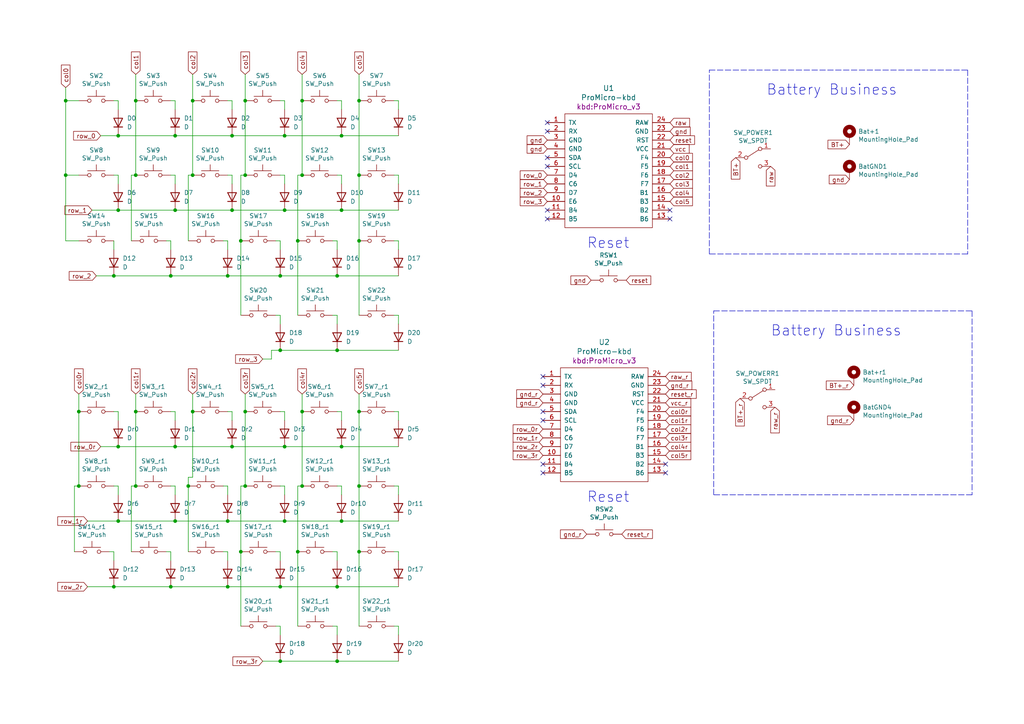
<source format=kicad_sch>
(kicad_sch (version 20211123) (generator eeschema)
  (paper "A4")
  (title_block (title "Sweep V2") (date "2021-03-10") (rev "0.1") (company "broomlabs"))
  (lib_symbols
    (symbol "Diode:1N4448W" (pin_numbers hide) (pin_names (offset 1.016) hide)
      (property "Reference" "D" (at 0 2.54 0))
      (property "Value" "1N4448W" (at 0 -2.54 0))
      (symbol "1N4448W_0_1"
        (polyline (pts (xy -1.27 1.27) (xy -1.27 -1.27)) (stroke (width 0.254)))
        (polyline (pts (xy 1.27 0) (xy -1.27 0)))
        (polyline (pts (xy 1.27 1.27) (xy 1.27 -1.27) (xy -1.27 0) (xy 1.27 1.27)) (stroke (width 0.254)))
      )
      (symbol "1N4448W_1_1"
        (pin passive line (at -3.81 0 0) (length 2.54) (name "K") (number "1"))
        (pin passive line (at 3.81 0 180) (length 2.54) (name "A") (number "2"))
      )
    )
    (symbol "Mechanical:MountingHole_Pad" (pin_numbers hide) (pin_names (offset 1.016) hide)
      (property "Reference" "H" (at 0 6.35 0))
      (property "Value" "MountingHole_Pad" (at 0 4.445 0))
      (symbol "MountingHole_Pad_0_1"
        (circle (center 0 1.27) (radius 1.27) (stroke (width 1.27)))
      )
      (symbol "MountingHole_Pad_1_1"
        (pin input line (at 0 -2.54 90) (length 2.54) (name "1") (number "1"))
      )
    )
    (symbol "Switch:SW_Push" (pin_numbers hide) (pin_names (offset 1.016) hide)
      (property "Reference" "SW" (at 1.27 2.54 0))
      (property "Value" "SW_Push" (at 0 -1.524 0))
      (symbol "SW_Push_0_1"
        (circle (center -2.032 0) (radius 0.508))
        (polyline (pts (xy 0 1.27) (xy 0 3.048)))
        (polyline (pts (xy 2.54 1.27) (xy -2.54 1.27)))
        (circle (center 2.032 0) (radius 0.508))
        (pin passive line (at -5.08 0 0) (length 2.54) (name "1") (number "1"))
        (pin passive line (at 5.08 0 180) (length 2.54) (name "2") (number "2"))
      )
    )
    (symbol "Switch:SW_SPDT" (pin_names (offset 0) hide)
      (property "Reference" "SW" (at 0 4.318 0))
      (property "Value" "SW_SPDT" (at 0 -5.08 0))
      (symbol "SW_SPDT_0_0"
        (circle (center -2.032 0) (radius 0.508))
        (circle (center 2.032 -2.54) (radius 0.508))
      )
      (symbol "SW_SPDT_0_1"
        (polyline (pts (xy -1.524 0.254) (xy 1.651 2.286)))
        (circle (center 2.032 2.54) (radius 0.508))
      )
      (symbol "SW_SPDT_1_1"
        (pin passive line (at 5.08 2.54 180) (length 2.54) (name "A") (number "1"))
        (pin passive line (at -5.08 0 0) (length 2.54) (name "B") (number "2"))
        (pin passive line (at 5.08 -2.54 180) (length 2.54) (name "C") (number "3"))
      )
    )
    (symbol "sweepv2-rescue:ProMicro-kbd-bigblackpill-34key-rescue" (pin_names (offset 1.016))
      (property "Reference" "U" (at 0 24.13 0))
      (property "Value" "ProMicro-kbd-bigblackpill-34key-rescue" (at 0 -13.97 0))
      (symbol "ProMicro-kbd-bigblackpill-34key-rescue_0_1"
        (rectangle (start -12.7 21.59) (end 12.7 -11.43))
      )
      (symbol "ProMicro-kbd-bigblackpill-34key-rescue_1_1"
        (pin bidirectional line (at -17.78 19.05 0) (length 5.08) (name "TX") (number "1"))
        (pin bidirectional line (at -17.78 -3.81 0) (length 5.08) (name "E6") (number "10"))
        (pin bidirectional line (at -17.78 -6.35 0) (length 5.08) (name "B4") (number "11"))
        (pin bidirectional line (at -17.78 -8.89 0) (length 5.08) (name "B5") (number "12"))
        (pin bidirectional line (at 17.78 -8.89 180) (length 5.08) (name "B6") (number "13"))
        (pin bidirectional line (at 17.78 -6.35 180) (length 5.08) (name "B2") (number "14"))
        (pin bidirectional line (at 17.78 -3.81 180) (length 5.08) (name "B3") (number "15"))
        (pin bidirectional line (at 17.78 -1.27 180) (length 5.08) (name "B1") (number "16"))
        (pin bidirectional line (at 17.78 1.27 180) (length 5.08) (name "F7") (number "17"))
        (pin bidirectional line (at 17.78 3.81 180) (length 5.08) (name "F6") (number "18"))
        (pin bidirectional line (at 17.78 6.35 180) (length 5.08) (name "F5") (number "19"))
        (pin bidirectional line (at -17.78 16.51 0) (length 5.08) (name "RX") (number "2"))
        (pin bidirectional line (at 17.78 8.89 180) (length 5.08) (name "F4") (number "20"))
        (pin power_in line (at 17.78 11.43 180) (length 5.08) (name "VCC") (number "21"))
        (pin input line (at 17.78 13.97 180) (length 5.08) (name "RST") (number "22"))
        (pin power_in line (at 17.78 16.51 180) (length 5.08) (name "GND") (number "23"))
        (pin power_out line (at 17.78 19.05 180) (length 5.08) (name "RAW") (number "24"))
        (pin power_in line (at -17.78 13.97 0) (length 5.08) (name "GND") (number "3"))
        (pin power_in line (at -17.78 11.43 0) (length 5.08) (name "GND") (number "4"))
        (pin bidirectional line (at -17.78 8.89 0) (length 5.08) (name "SDA") (number "5"))
        (pin bidirectional line (at -17.78 6.35 0) (length 5.08) (name "SCL") (number "6"))
        (pin bidirectional line (at -17.78 3.81 0) (length 5.08) (name "D4") (number "7"))
        (pin bidirectional line (at -17.78 1.27 0) (length 5.08) (name "C6") (number "8"))
        (pin bidirectional line (at -17.78 -1.27 0) (length 5.08) (name "D7") (number "9"))
      )
    )
  )
  (junction (at 99.06 39.37))
  (junction (at 50.8 60.96))
  (junction (at 86.36 69.85))
  (junction (at 97.79 170.18))
  (junction (at 104.14 69.85))
  (junction (at 55.88 50.8))
  (junction (at 67.31 60.96))
  (junction (at 34.29 39.37))
  (junction (at 97.79 191.77))
  (junction (at 86.36 160.02))
  (junction (at 104.14 140.97))
  (junction (at 67.31 39.37))
  (junction (at 82.55 151.13))
  (junction (at 97.79 101.6))
  (junction (at 54.61 140.97))
  (junction (at 71.12 119.38))
  (junction (at 87.63 140.97))
  (junction (at 99.06 151.13))
  (junction (at 82.55 129.54))
  (junction (at 50.8 39.37))
  (junction (at 33.02 170.18))
  (junction (at 99.06 129.54))
  (junction (at 34.29 60.96))
  (junction (at 39.37 50.8))
  (junction (at 81.28 80.01))
  (junction (at 81.28 191.77))
  (junction (at 71.12 50.8))
  (junction (at 67.31 129.54))
  (junction (at 99.06 60.96))
  (junction (at 69.85 160.02))
  (junction (at 87.63 119.38))
  (junction (at 55.88 119.38))
  (junction (at 87.63 50.8))
  (junction (at 34.29 129.54))
  (junction (at 50.8 129.54))
  (junction (at 82.55 39.37))
  (junction (at 97.79 80.01))
  (junction (at 19.05 29.21))
  (junction (at 39.37 29.21))
  (junction (at 66.04 80.01))
  (junction (at 22.86 119.38))
  (junction (at 104.14 119.38))
  (junction (at 81.28 170.18))
  (junction (at 66.04 170.18))
  (junction (at 19.05 50.8))
  (junction (at 69.85 69.85))
  (junction (at 104.14 50.8))
  (junction (at 55.88 29.21))
  (junction (at 50.8 151.13))
  (junction (at 39.37 140.97))
  (junction (at 39.37 119.38))
  (junction (at 49.53 170.18))
  (junction (at 49.53 80.01))
  (junction (at 22.86 140.97))
  (junction (at 71.12 140.97))
  (junction (at 82.55 60.96))
  (junction (at 66.04 151.13))
  (junction (at 71.12 29.21))
  (junction (at 87.63 29.21))
  (junction (at 104.14 29.21))
  (junction (at 33.02 80.01))
  (junction (at 104.14 160.02))
  (junction (at 81.28 101.6))
  (junction (at 34.29 151.13))
  (no_connect (at 193.04 137.16))
  (no_connect (at 193.04 134.62))
  (no_connect (at 157.48 109.22))
  (no_connect (at 157.48 111.76))
  (no_connect (at 157.48 119.38))
  (no_connect (at 157.48 134.62))
  (no_connect (at 157.48 137.16))
  (no_connect (at 157.48 121.92))
  (no_connect (at 194.31 60.96))
  (no_connect (at 158.75 60.96))
  (no_connect (at 194.31 63.5))
  (no_connect (at 158.75 35.56))
  (no_connect (at 158.75 38.1))
  (no_connect (at 158.75 45.72))
  (no_connect (at 158.75 48.26))
  (no_connect (at 158.75 63.5))
  (wire (pts (xy 29.21 129.54) (xy 34.29 129.54)))
  (wire (pts (xy 50.8 50.8) (xy 50.8 53.34)))
  (wire (pts (xy 19.05 25.4) (xy 19.05 29.21)))
  (wire (pts (xy 87.63 114.3) (xy 87.63 119.38)))
  (wire (pts (xy 71.12 21.59) (xy 71.12 29.21)))
  (wire (pts (xy 87.63 119.38) (xy 87.63 140.97)))
  (wire (pts (xy 49.53 119.38) (xy 50.8 119.38)))
  (wire (pts (xy 81.28 101.6) (xy 97.79 101.6)))
  (wire (pts (xy 99.06 129.54) (xy 115.57 129.54)))
  (wire (pts (xy 69.85 140.97) (xy 71.12 140.97)))
  (wire (pts (xy 49.53 69.85) (xy 49.53 72.39)))
  (wire (pts (xy 67.31 129.54) (xy 82.55 129.54)))
  (wire (pts (xy 81.28 69.85) (xy 81.28 72.39)))
  (wire (pts (xy 114.3 119.38) (xy 115.57 119.38)))
  (wire (pts (xy 99.06 151.13) (xy 115.57 151.13)))
  (wire (pts (xy 67.31 39.37) (xy 82.55 39.37)))
  (wire (pts (xy 66.04 50.8) (xy 67.31 50.8)))
  (wire (pts (xy 114.3 29.21) (xy 115.57 29.21)))
  (wire (pts (xy 49.53 170.18) (xy 66.04 170.18)))
  (wire (pts (xy 82.55 29.21) (xy 82.55 31.75)))
  (wire (pts (xy 104.14 119.38) (xy 104.14 140.97)))
  (wire (pts (xy 25.4 170.18) (xy 33.02 170.18)))
  (wire (pts (xy 97.79 119.38) (xy 99.06 119.38)))
  (wire (pts (xy 50.8 119.38) (xy 50.8 121.92)))
  (wire (pts (xy 49.53 50.8) (xy 50.8 50.8)))
  (wire (pts (xy 29.21 39.37) (xy 34.29 39.37)))
  (wire (pts (xy 54.61 50.8) (xy 55.88 50.8)))
  (wire (pts (xy 33.02 50.8) (xy 34.29 50.8)))
  (wire (pts (xy 69.85 69.85) (xy 69.85 91.44)))
  (wire (pts (xy 19.05 29.21) (xy 22.86 29.21)))
  (wire (pts (xy 104.14 69.85) (xy 104.14 91.44)))
  (wire (pts (xy 97.79 140.97) (xy 99.06 140.97)))
  (wire (pts (xy 80.01 181.61) (xy 81.28 181.61)))
  (wire (pts (xy 34.29 129.54) (xy 50.8 129.54)))
  (wire (pts (xy 39.37 21.59) (xy 39.37 29.21)))
  (wire (pts (xy 80.01 160.02) (xy 81.28 160.02)))
  (wire (pts (xy 66.04 119.38) (xy 67.31 119.38)))
  (wire (pts (xy 66.04 140.97) (xy 66.04 143.51)))
  (wire (pts (xy 115.57 140.97) (xy 115.57 143.51)))
  (wire (pts (xy 76.2 191.77) (xy 81.28 191.77)))
  (polyline (pts (xy 281.94 90.17) (xy 281.94 143.51)))
  (wire (pts (xy 114.3 181.61) (xy 115.57 181.61)))
  (wire (pts (xy 50.8 39.37) (xy 67.31 39.37)))
  (wire (pts (xy 34.29 151.13) (xy 50.8 151.13)))
  (wire (pts (xy 48.26 69.85) (xy 49.53 69.85)))
  (wire (pts (xy 38.1 50.8) (xy 39.37 50.8)))
  (wire (pts (xy 64.77 140.97) (xy 66.04 140.97)))
  (wire (pts (xy 27.94 80.01) (xy 33.02 80.01)))
  (wire (pts (xy 55.88 114.3) (xy 55.88 119.38)))
  (wire (pts (xy 34.29 39.37) (xy 50.8 39.37)))
  (wire (pts (xy 86.36 140.97) (xy 87.63 140.97)))
  (wire (pts (xy 99.06 60.96) (xy 115.57 60.96)))
  (wire (pts (xy 39.37 114.3) (xy 39.37 119.38)))
  (wire (pts (xy 104.14 21.59) (xy 104.14 29.21)))
  (wire (pts (xy 34.29 29.21) (xy 34.29 31.75)))
  (wire (pts (xy 115.57 91.44) (xy 115.57 93.98)))
  (wire (pts (xy 34.29 119.38) (xy 34.29 121.92)))
  (wire (pts (xy 34.29 50.8) (xy 34.29 53.34)))
  (wire (pts (xy 97.79 69.85) (xy 97.79 72.39)))
  (wire (pts (xy 115.57 160.02) (xy 115.57 162.56)))
  (wire (pts (xy 86.36 160.02) (xy 86.36 181.61)))
  (wire (pts (xy 97.79 101.6) (xy 115.57 101.6)))
  (wire (pts (xy 82.55 39.37) (xy 99.06 39.37)))
  (wire (pts (xy 115.57 50.8) (xy 115.57 53.34)))
  (wire (pts (xy 115.57 119.38) (xy 115.57 121.92)))
  (wire (pts (xy 39.37 29.21) (xy 39.37 50.8)))
  (wire (pts (xy 64.77 69.85) (xy 66.04 69.85)))
  (wire (pts (xy 69.85 69.85) (xy 69.85 50.8)))
  (wire (pts (xy 86.36 160.02) (xy 86.36 140.97)))
  (wire (pts (xy 67.31 50.8) (xy 67.31 53.34)))
  (wire (pts (xy 67.31 119.38) (xy 67.31 121.92)))
  (wire (pts (xy 97.79 29.21) (xy 99.06 29.21)))
  (wire (pts (xy 66.04 170.18) (xy 81.28 170.18)))
  (wire (pts (xy 82.55 129.54) (xy 99.06 129.54)))
  (wire (pts (xy 78.74 104.14) (xy 78.74 101.6)))
  (wire (pts (xy 97.79 50.8) (xy 99.06 50.8)))
  (wire (pts (xy 97.79 170.18) (xy 115.57 170.18)))
  (wire (pts (xy 115.57 181.61) (xy 115.57 184.15)))
  (wire (pts (xy 50.8 151.13) (xy 66.04 151.13)))
  (wire (pts (xy 33.02 69.85) (xy 33.02 72.39)))
  (wire (pts (xy 69.85 50.8) (xy 71.12 50.8)))
  (polyline (pts (xy 280.67 20.32) (xy 280.67 73.66)))
  (wire (pts (xy 38.1 140.97) (xy 39.37 140.97)))
  (wire (pts (xy 48.26 160.02) (xy 49.53 160.02)))
  (wire (pts (xy 55.88 29.21) (xy 55.88 50.8)))
  (wire (pts (xy 81.28 119.38) (xy 82.55 119.38)))
  (wire (pts (xy 71.12 29.21) (xy 71.12 50.8)))
  (wire (pts (xy 49.53 80.01) (xy 66.04 80.01)))
  (polyline (pts (xy 205.74 73.66) (xy 205.74 20.32)))
  (wire (pts (xy 50.8 29.21) (xy 50.8 31.75)))
  (wire (pts (xy 71.12 119.38) (xy 71.12 140.97)))
  (wire (pts (xy 104.14 160.02) (xy 104.14 181.61)))
  (wire (pts (xy 76.2 104.14) (xy 78.74 104.14)))
  (wire (pts (xy 81.28 170.18) (xy 97.79 170.18)))
  (wire (pts (xy 99.06 140.97) (xy 99.06 143.51)))
  (polyline (pts (xy 281.94 143.51) (xy 207.01 143.51)))
  (wire (pts (xy 54.61 69.85) (xy 54.61 50.8)))
  (wire (pts (xy 49.53 29.21) (xy 50.8 29.21)))
  (wire (pts (xy 66.04 69.85) (xy 66.04 72.39)))
  (wire (pts (xy 82.55 140.97) (xy 82.55 143.51)))
  (wire (pts (xy 55.88 138.43) (xy 54.61 138.43)))
  (wire (pts (xy 81.28 91.44) (xy 81.28 93.98)))
  (wire (pts (xy 96.52 69.85) (xy 97.79 69.85)))
  (wire (pts (xy 99.06 50.8) (xy 99.06 53.34)))
  (wire (pts (xy 115.57 69.85) (xy 115.57 72.39)))
  (wire (pts (xy 115.57 29.21) (xy 115.57 31.75)))
  (wire (pts (xy 54.61 138.43) (xy 54.61 140.97)))
  (wire (pts (xy 33.02 160.02) (xy 33.02 162.56)))
  (wire (pts (xy 21.59 160.02) (xy 21.59 140.97)))
  (wire (pts (xy 114.3 69.85) (xy 115.57 69.85)))
  (wire (pts (xy 86.36 69.85) (xy 86.36 91.44)))
  (wire (pts (xy 96.52 91.44) (xy 97.79 91.44)))
  (wire (pts (xy 97.79 181.61) (xy 97.79 184.15)))
  (wire (pts (xy 81.28 50.8) (xy 82.55 50.8)))
  (wire (pts (xy 66.04 160.02) (xy 66.04 162.56)))
  (wire (pts (xy 97.79 191.77) (xy 115.57 191.77)))
  (wire (pts (xy 99.06 39.37) (xy 115.57 39.37)))
  (wire (pts (xy 97.79 80.01) (xy 115.57 80.01)))
  (wire (pts (xy 39.37 119.38) (xy 39.37 140.97)))
  (wire (pts (xy 80.01 69.85) (xy 81.28 69.85)))
  (wire (pts (xy 82.55 119.38) (xy 82.55 121.92)))
  (wire (pts (xy 104.14 140.97) (xy 104.14 160.02)))
  (wire (pts (xy 34.29 60.96) (xy 50.8 60.96)))
  (wire (pts (xy 82.55 50.8) (xy 82.55 53.34)))
  (wire (pts (xy 114.3 160.02) (xy 115.57 160.02)))
  (wire (pts (xy 78.74 101.6) (xy 81.28 101.6)))
  (wire (pts (xy 114.3 91.44) (xy 115.57 91.44)))
  (wire (pts (xy 71.12 114.3) (xy 71.12 119.38)))
  (wire (pts (xy 31.75 160.02) (xy 33.02 160.02)))
  (wire (pts (xy 81.28 29.21) (xy 82.55 29.21)))
  (wire (pts (xy 50.8 129.54) (xy 67.31 129.54)))
  (wire (pts (xy 33.02 119.38) (xy 34.29 119.38)))
  (wire (pts (xy 19.05 50.8) (xy 19.05 69.85)))
  (wire (pts (xy 69.85 160.02) (xy 69.85 140.97)))
  (wire (pts (xy 38.1 69.85) (xy 38.1 50.8)))
  (wire (pts (xy 82.55 151.13) (xy 99.06 151.13)))
  (wire (pts (xy 87.63 21.59) (xy 87.63 29.21)))
  (wire (pts (xy 66.04 151.13) (xy 82.55 151.13)))
  (wire (pts (xy 26.67 60.96) (xy 34.29 60.96)))
  (wire (pts (xy 66.04 80.01) (xy 81.28 80.01)))
  (wire (pts (xy 104.14 114.3) (xy 104.14 119.38)))
  (wire (pts (xy 97.79 91.44) (xy 97.79 93.98)))
  (wire (pts (xy 54.61 140.97) (xy 54.61 160.02)))
  (wire (pts (xy 104.14 29.21) (xy 104.14 50.8)))
  (polyline (pts (xy 207.01 90.17) (xy 281.94 90.17)))
  (wire (pts (xy 86.36 69.85) (xy 86.36 50.8)))
  (wire (pts (xy 50.8 60.96) (xy 67.31 60.96)))
  (wire (pts (xy 22.86 114.3) (xy 22.86 119.38)))
  (wire (pts (xy 86.36 50.8) (xy 87.63 50.8)))
  (wire (pts (xy 49.53 160.02) (xy 49.53 162.56)))
  (wire (pts (xy 67.31 29.21) (xy 67.31 31.75)))
  (wire (pts (xy 33.02 29.21) (xy 34.29 29.21)))
  (wire (pts (xy 69.85 160.02) (xy 69.85 181.61)))
  (wire (pts (xy 81.28 80.01) (xy 97.79 80.01)))
  (wire (pts (xy 34.29 140.97) (xy 34.29 143.51)))
  (wire (pts (xy 82.55 60.96) (xy 99.06 60.96)))
  (wire (pts (xy 99.06 29.21) (xy 99.06 31.75)))
  (wire (pts (xy 21.59 140.97) (xy 22.86 140.97)))
  (wire (pts (xy 19.05 50.8) (xy 19.05 29.21)))
  (wire (pts (xy 55.88 21.59) (xy 55.88 29.21)))
  (wire (pts (xy 114.3 140.97) (xy 115.57 140.97)))
  (wire (pts (xy 97.79 160.02) (xy 97.79 162.56)))
  (wire (pts (xy 49.53 140.97) (xy 50.8 140.97)))
  (wire (pts (xy 22.86 50.8) (xy 19.05 50.8)))
  (wire (pts (xy 96.52 160.02) (xy 97.79 160.02)))
  (polyline (pts (xy 205.74 20.32) (xy 280.67 20.32)))
  (wire (pts (xy 50.8 140.97) (xy 50.8 143.51)))
  (wire (pts (xy 104.14 50.8) (xy 104.14 69.85)))
  (wire (pts (xy 81.28 160.02) (xy 81.28 162.56)))
  (wire (pts (xy 22.86 119.38) (xy 22.86 140.97)))
  (polyline (pts (xy 280.67 73.66) (xy 205.74 73.66)))
  (wire (pts (xy 33.02 170.18) (xy 49.53 170.18)))
  (polyline (pts (xy 207.01 143.51) (xy 207.01 90.17)))
  (wire (pts (xy 81.28 140.97) (xy 82.55 140.97)))
  (wire (pts (xy 64.77 160.02) (xy 66.04 160.02)))
  (wire (pts (xy 81.28 191.77) (xy 97.79 191.77)))
  (wire (pts (xy 38.1 160.02) (xy 38.1 140.97)))
  (wire (pts (xy 67.31 60.96) (xy 82.55 60.96)))
  (wire (pts (xy 114.3 50.8) (xy 115.57 50.8)))
  (wire (pts (xy 87.63 29.21) (xy 87.63 50.8)))
  (wire (pts (xy 81.28 181.61) (xy 81.28 184.15)))
  (wire (pts (xy 33.02 80.01) (xy 49.53 80.01)))
  (wire (pts (xy 55.88 119.38) (xy 55.88 138.43)))
  (wire (pts (xy 22.86 69.85) (xy 19.05 69.85)))
  (wire (pts (xy 33.02 140.97) (xy 34.29 140.97)))
  (wire (pts (xy 25.4 151.13) (xy 34.29 151.13)))
  (wire (pts (xy 66.04 29.21) (xy 67.31 29.21)))
  (wire (pts (xy 80.01 91.44) (xy 81.28 91.44)))
  (wire (pts (xy 99.06 119.38) (xy 99.06 121.92)))
  (wire (pts (xy 96.52 181.61) (xy 97.79 181.61)))
  (text "Reset" (at 170.18 72.39 0) (effects (font (size 2.9972 2.9972)) (justify left bottom)))
  (text "Battery Business" (at 223.52 97.79 0) (effects (font (size 2.9972 2.9972)) (justify left bottom)))
  (text "Battery Business" (at 222.25 27.94 0) (effects (font (size 2.9972 2.9972)) (justify left bottom)))
  (text "Reset" (at 170.18 146.05 0) (effects (font (size 2.9972 2.9972)) (justify left bottom)))
  (global_label "col2" (shape input) (at 194.31 50.8 0) (property "Intersheet References" "${INTERSHEET_REFS}" (effects hide)))
  (global_label "vcc_r" (shape input) (at 193.04 116.84 0) (property "Intersheet References" "${INTERSHEET_REFS}" (effects hide)))
  (global_label "col4r" (shape input) (at 87.63 114.3 90) (property "Intersheet References" "${INTERSHEET_REFS}" (effects hide)))
  (global_label "row_1" (shape input) (at 158.75 53.34 180) (property "Intersheet References" "${INTERSHEET_REFS}" (effects hide)))
  (global_label "col2r" (shape input) (at 55.88 114.3 90) (property "Intersheet References" "${INTERSHEET_REFS}" (effects hide)))
  (global_label "gnd" (shape input) (at 158.75 40.64 180) (property "Intersheet References" "${INTERSHEET_REFS}" (effects hide)))
  (global_label "reset" (shape input) (at 181.61 81.28 0) (property "Intersheet References" "${INTERSHEET_REFS}" (effects hide)))
  (global_label "reset" (shape input) (at 194.31 40.64 0) (property "Intersheet References" "${INTERSHEET_REFS}" (effects hide)))
  (global_label "row_3" (shape input) (at 158.75 58.42 180) (property "Intersheet References" "${INTERSHEET_REFS}" (effects hide)))
  (global_label "col1r" (shape input) (at 39.37 114.3 90) (property "Intersheet References" "${INTERSHEET_REFS}" (effects hide)))
  (global_label "row_0r" (shape input) (at 29.21 129.54 180) (property "Intersheet References" "${INTERSHEET_REFS}" (effects hide)))
  (global_label "raw_r" (shape input) (at 224.79 118.11 270) (property "Intersheet References" "${INTERSHEET_REFS}" (effects hide)))
  (global_label "col3r" (shape input) (at 193.04 127 0) (property "Intersheet References" "${INTERSHEET_REFS}" (effects hide)))
  (global_label "vcc" (shape input) (at 194.31 43.18 0) (property "Intersheet References" "${INTERSHEET_REFS}" (effects hide)))
  (global_label "row_3r" (shape input) (at 157.48 132.08 180) (property "Intersheet References" "${INTERSHEET_REFS}" (effects hide)))
  (global_label "row_1r" (shape input) (at 25.4 151.13 180) (property "Intersheet References" "${INTERSHEET_REFS}" (effects hide)))
  (global_label "col2r" (shape input) (at 193.04 124.46 0) (property "Intersheet References" "${INTERSHEET_REFS}" (effects hide)))
  (global_label "col2" (shape input) (at 55.88 21.59 90) (property "Intersheet References" "${INTERSHEET_REFS}" (effects hide)))
  (global_label "row_0r" (shape input) (at 157.48 124.46 180) (property "Intersheet References" "${INTERSHEET_REFS}" (effects hide)))
  (global_label "col0" (shape input) (at 19.05 25.4 90) (property "Intersheet References" "${INTERSHEET_REFS}" (effects hide)))
  (global_label "col0r" (shape input) (at 22.86 114.3 90) (property "Intersheet References" "${INTERSHEET_REFS}" (effects hide)))
  (global_label "col1" (shape input) (at 194.31 48.26 0) (property "Intersheet References" "${INTERSHEET_REFS}" (effects hide)))
  (global_label "col3" (shape input) (at 71.12 21.59 90) (property "Intersheet References" "${INTERSHEET_REFS}" (effects hide)))
  (global_label "row_2r" (shape input) (at 25.4 170.18 180) (property "Intersheet References" "${INTERSHEET_REFS}" (effects hide)))
  (global_label "gnd_r" (shape input) (at 170.18 154.94 180) (property "Intersheet References" "${INTERSHEET_REFS}" (effects hide)))
  (global_label "reset_r" (shape input) (at 180.34 154.94 0) (property "Intersheet References" "${INTERSHEET_REFS}" (effects hide)))
  (global_label "col0r" (shape input) (at 193.04 119.38 0) (property "Intersheet References" "${INTERSHEET_REFS}" (effects hide)))
  (global_label "row_2" (shape input) (at 158.75 55.88 180) (property "Intersheet References" "${INTERSHEET_REFS}" (effects hide)))
  (global_label "col0" (shape input) (at 194.31 45.72 0) (property "Intersheet References" "${INTERSHEET_REFS}" (effects hide)))
  (global_label "gnd_r" (shape input) (at 157.48 114.3 180) (property "Intersheet References" "${INTERSHEET_REFS}" (effects hide)))
  (global_label "row_3r" (shape input) (at 76.2 191.77 180) (property "Intersheet References" "${INTERSHEET_REFS}" (effects hide)))
  (global_label "raw_r" (shape input) (at 193.04 109.22 0) (property "Intersheet References" "${INTERSHEET_REFS}" (effects hide)))
  (global_label "gnd_r" (shape input) (at 193.04 111.76 0) (property "Intersheet References" "${INTERSHEET_REFS}" (effects hide)))
  (global_label "col4" (shape input) (at 194.31 55.88 0) (property "Intersheet References" "${INTERSHEET_REFS}" (effects hide)))
  (global_label "gnd" (shape input) (at 158.75 43.18 180) (property "Intersheet References" "${INTERSHEET_REFS}" (effects hide)))
  (global_label "BT+_r" (shape input) (at 247.65 111.76 180) (property "Intersheet References" "${INTERSHEET_REFS}" (effects hide)))
  (global_label "row_3" (shape input) (at 76.2 104.14 180) (property "Intersheet References" "${INTERSHEET_REFS}" (effects hide)))
  (global_label "gnd" (shape input) (at 171.45 81.28 180) (property "Intersheet References" "${INTERSHEET_REFS}" (effects hide)))
  (global_label "col4r" (shape input) (at 193.04 129.54 0) (property "Intersheet References" "${INTERSHEET_REFS}" (effects hide)))
  (global_label "gnd" (shape input) (at 246.38 52.07 180) (property "Intersheet References" "${INTERSHEET_REFS}" (effects hide)))
  (global_label "row_0" (shape input) (at 29.21 39.37 180) (property "Intersheet References" "${INTERSHEET_REFS}" (effects hide)))
  (global_label "gnd_r" (shape input) (at 247.65 121.92 180) (property "Intersheet References" "${INTERSHEET_REFS}" (effects hide)))
  (global_label "row_1r" (shape input) (at 157.48 127 180) (property "Intersheet References" "${INTERSHEET_REFS}" (effects hide)))
  (global_label "col5" (shape input) (at 104.14 21.59 90) (property "Intersheet References" "${INTERSHEET_REFS}" (effects hide)))
  (global_label "row_1" (shape input) (at 26.67 60.96 180) (property "Intersheet References" "${INTERSHEET_REFS}" (effects hide)))
  (global_label "BT+" (shape input) (at 213.36 45.72 270) (property "Intersheet References" "${INTERSHEET_REFS}" (effects hide)))
  (global_label "col5r" (shape input) (at 193.04 132.08 0) (property "Intersheet References" "${INTERSHEET_REFS}" (effects hide)))
  (global_label "col4" (shape input) (at 87.63 21.59 90) (property "Intersheet References" "${INTERSHEET_REFS}" (effects hide)))
  (global_label "col3" (shape input) (at 194.31 53.34 0) (property "Intersheet References" "${INTERSHEET_REFS}" (effects hide)))
  (global_label "raw" (shape input) (at 223.52 48.26 270) (property "Intersheet References" "${INTERSHEET_REFS}" (effects hide)))
  (global_label "col5r" (shape input) (at 104.14 114.3 90) (property "Intersheet References" "${INTERSHEET_REFS}" (effects hide)))
  (global_label "BT+_r" (shape input) (at 214.63 115.57 270) (property "Intersheet References" "${INTERSHEET_REFS}" (effects hide)))
  (global_label "row_2" (shape input) (at 27.94 80.01 180) (property "Intersheet References" "${INTERSHEET_REFS}" (effects hide)))
  (global_label "raw" (shape input) (at 194.31 35.56 0) (property "Intersheet References" "${INTERSHEET_REFS}" (effects hide)))
  (global_label "gnd_r" (shape input) (at 157.48 116.84 180) (property "Intersheet References" "${INTERSHEET_REFS}" (effects hide)))
  (global_label "col3r" (shape input) (at 71.12 114.3 90) (property "Intersheet References" "${INTERSHEET_REFS}" (effects hide)))
  (global_label "BT+" (shape input) (at 246.38 41.91 180) (property "Intersheet References" "${INTERSHEET_REFS}" (effects hide)))
  (global_label "row_2r" (shape input) (at 157.48 129.54 180) (property "Intersheet References" "${INTERSHEET_REFS}" (effects hide)))
  (global_label "row_0" (shape input) (at 158.75 50.8 180) (property "Intersheet References" "${INTERSHEET_REFS}" (effects hide)))
  (global_label "col5" (shape input) (at 194.31 58.42 0) (property "Intersheet References" "${INTERSHEET_REFS}" (effects hide)))
  (global_label "col1r" (shape input) (at 193.04 121.92 0) (property "Intersheet References" "${INTERSHEET_REFS}" (effects hide)))
  (global_label "gnd" (shape input) (at 194.31 38.1 0) (property "Intersheet References" "${INTERSHEET_REFS}" (effects hide)))
  (global_label "reset_r" (shape input) (at 193.04 114.3 0) (property "Intersheet References" "${INTERSHEET_REFS}" (effects hide)))
  (global_label "col1" (shape input) (at 39.37 21.59 90) (property "Intersheet References" "${INTERSHEET_REFS}" (effects hide)))
  (symbol (lib_id "Mechanical:MountingHole_Pad") (at 246.38 39.37 0) (unit 1)
    (property "Reference" "Bat+1" (at 248.92 38.1254 0) (effects (justify left)))
    (property "Value" "MountingHole_Pad" (at 248.92 40.4368 0) (effects (justify left)))
    (property "Footprint" "kbd:1pin_conn" (effects hide))
  )
  (symbol (lib_id "Mechanical:MountingHole_Pad") (at 246.38 49.53 0) (unit 1)
    (property "Reference" "BatGND1" (at 248.92 48.2854 0) (effects (justify left)))
    (property "Value" "MountingHole_Pad" (at 248.92 50.5968 0) (effects (justify left)))
    (property "Footprint" "kbd:1pin_conn" (effects hide))
  )
  (symbol (lib_id "sweepv2-rescue:ProMicro-kbd-bigblackpill-34key-rescue") (at 176.53 54.61 0) (unit 1)
    (property "Reference" "U1" (at 176.53 25.5778 0) (effects (font (size 1.524 1.524))))
    (property "Value" "ProMicro-kbd" (at 176.53 28.2702 0) (effects (font (size 1.524 1.524))))
    (property "Footprint" "kbd:ProMicro_v3" (at 176.53 30.9626 0) (effects (font (size 1.524 1.524))))
  )
  (symbol (lib_id "Switch:SW_Push") (at 27.94 29.21 0) (unit 1)
    (property "Reference" "SW2" (at 27.94 21.971 0))
    (property "Value" "SW_Push" (at 27.94 24.2824 0))
    (property "Footprint" "aym1607:choc-v1-with-millmax" (effects hide))
  )
  (symbol (lib_id "Switch:SW_Push") (at 44.45 29.21 0) (unit 1)
    (property "Reference" "SW3" (at 44.45 21.971 0))
    (property "Value" "SW_Push" (at 44.45 24.2824 0))
    (property "Footprint" "aym1607:choc-v1-with-millmax" (effects hide))
  )
  (symbol (lib_id "Switch:SW_Push") (at 60.96 29.21 0) (unit 1)
    (property "Reference" "SW4" (at 60.96 21.971 0))
    (property "Value" "SW_Push" (at 60.96 24.2824 0))
    (property "Footprint" "aym1607:choc-v1-with-millmax" (effects hide))
  )
  (symbol (lib_id "Switch:SW_Push") (at 76.2 29.21 0) (unit 1)
    (property "Reference" "SW5" (at 76.2 21.971 0))
    (property "Value" "SW_Push" (at 76.2 24.2824 0))
    (property "Footprint" "aym1607:choc-v1-with-millmax" (effects hide))
  )
  (symbol (lib_id "Switch:SW_Push") (at 92.71 29.21 0) (unit 1)
    (property "Reference" "SW6" (at 92.71 21.971 0))
    (property "Value" "SW_Push" (at 92.71 24.2824 0))
    (property "Footprint" "aym1607:choc-v1-with-millmax" (effects hide))
  )
  (symbol (lib_id "Switch:SW_Push") (at 74.93 91.44 0) (unit 1)
    (property "Reference" "SW20" (at 74.93 84.201 0))
    (property "Value" "SW_Push" (at 74.93 86.5124 0))
    (property "Footprint" "aym1607:choc-v1-with-millmax" (effects hide))
  )
  (symbol (lib_id "Switch:SW_Push") (at 91.44 91.44 0) (unit 1)
    (property "Reference" "SW21" (at 91.44 84.201 0))
    (property "Value" "SW_Push" (at 91.44 86.5124 0))
    (property "Footprint" "aym1607:choc-v1-with-millmax" (effects hide))
  )
  (symbol (lib_id "Switch:SW_Push") (at 27.94 50.8 0) (unit 1)
    (property "Reference" "SW8" (at 27.94 43.561 0))
    (property "Value" "SW_Push" (at 27.94 45.8724 0))
    (property "Footprint" "aym1607:choc-v1-with-millmax" (effects hide))
  )
  (symbol (lib_id "Switch:SW_Push") (at 44.45 50.8 0) (unit 1)
    (property "Reference" "SW9" (at 44.45 43.561 0))
    (property "Value" "SW_Push" (at 44.45 45.8724 0))
    (property "Footprint" "aym1607:choc-v1-with-millmax" (effects hide))
  )
  (symbol (lib_id "Switch:SW_Push") (at 60.96 50.8 0) (unit 1)
    (property "Reference" "SW10" (at 60.96 43.561 0))
    (property "Value" "SW_Push" (at 60.96 45.8724 0))
    (property "Footprint" "aym1607:choc-v1-with-millmax" (effects hide))
  )
  (symbol (lib_id "Switch:SW_Push") (at 76.2 50.8 0) (unit 1)
    (property "Reference" "SW11" (at 76.2 43.561 0))
    (property "Value" "SW_Push" (at 76.2 45.8724 0))
    (property "Footprint" "aym1607:choc-v1-with-millmax" (effects hide))
  )
  (symbol (lib_id "Switch:SW_Push") (at 92.71 50.8 0) (unit 1)
    (property "Reference" "SW12" (at 92.71 43.561 0))
    (property "Value" "SW_Push" (at 92.71 45.8724 0))
    (property "Footprint" "aym1607:choc-v1-with-millmax" (effects hide))
  )
  (symbol (lib_id "Switch:SW_Push") (at 27.94 69.85 0) (unit 1)
    (property "Reference" "SW14" (at 27.94 62.611 0))
    (property "Value" "SW_Push" (at 27.94 64.9224 0))
    (property "Footprint" "aym1607:choc-v1-with-millmax" (effects hide))
  )
  (symbol (lib_id "Switch:SW_Push") (at 43.18 69.85 0) (unit 1)
    (property "Reference" "SW15" (at 43.18 62.611 0))
    (property "Value" "SW_Push" (at 43.18 64.9224 0))
    (property "Footprint" "aym1607:choc-v1-with-millmax" (effects hide))
  )
  (symbol (lib_id "Switch:SW_Push") (at 59.69 69.85 0) (unit 1)
    (property "Reference" "SW16" (at 59.69 62.611 0))
    (property "Value" "SW_Push" (at 59.69 64.9224 0))
    (property "Footprint" "aym1607:choc-v1-with-millmax" (effects hide))
  )
  (symbol (lib_id "Switch:SW_Push") (at 74.93 69.85 0) (unit 1)
    (property "Reference" "SW17" (at 74.93 62.611 0))
    (property "Value" "SW_Push" (at 74.93 64.9224 0))
    (property "Footprint" "aym1607:choc-v1-with-millmax" (effects hide))
  )
  (symbol (lib_id "Switch:SW_Push") (at 91.44 69.85 0) (unit 1)
    (property "Reference" "SW18" (at 91.44 62.611 0))
    (property "Value" "SW_Push" (at 91.44 64.9224 0))
    (property "Footprint" "aym1607:choc-v1-with-millmax" (effects hide))
  )
  (symbol (lib_id "Switch:SW_Push") (at 176.53 81.28 0) (unit 1)
    (property "Reference" "RSW1" (at 176.53 74.041 0))
    (property "Value" "SW_Push" (at 176.53 76.3524 0))
    (property "Footprint" "kbd:ResetSW" (effects hide))
  )
  (symbol (lib_id "Switch:SW_SPDT") (at 218.44 45.72 0) (unit 1)
    (property "Reference" "SW_POWER1" (at 218.44 38.481 0))
    (property "Value" "SW_SPDT" (at 218.44 40.7924 0))
    (property "Footprint" "Button_Switch_SMD:SW_SPDT_PCM12" (effects hide))
  )
  (symbol (lib_id "Switch:SW_Push") (at 27.94 119.38 0) (unit 1)
    (property "Reference" "SW2_r1" (at 27.94 112.141 0))
    (property "Value" "SW_Push" (at 27.94 114.4524 0))
    (property "Footprint" "aym1607:choc-v1-with-millmax" (effects hide))
  )
  (symbol (lib_id "Switch:SW_Push") (at 44.45 119.38 0) (unit 1)
    (property "Reference" "SW3_r1" (at 44.45 112.141 0))
    (property "Value" "SW_Push" (at 44.45 114.4524 0))
    (property "Footprint" "aym1607:choc-v1-with-millmax" (effects hide))
  )
  (symbol (lib_id "Switch:SW_Push") (at 60.96 119.38 0) (unit 1)
    (property "Reference" "SW4_r1" (at 60.96 112.141 0))
    (property "Value" "SW_Push" (at 60.96 114.4524 0))
    (property "Footprint" "aym1607:choc-v1-with-millmax" (effects hide))
  )
  (symbol (lib_id "Switch:SW_Push") (at 76.2 119.38 0) (unit 1)
    (property "Reference" "SW5_r1" (at 76.2 112.141 0))
    (property "Value" "SW_Push" (at 76.2 114.4524 0))
    (property "Footprint" "aym1607:choc-v1-with-millmax" (effects hide))
  )
  (symbol (lib_id "Switch:SW_Push") (at 92.71 119.38 0) (unit 1)
    (property "Reference" "SW6_r1" (at 92.71 112.141 0))
    (property "Value" "SW_Push" (at 92.71 114.4524 0))
    (property "Footprint" "aym1607:choc-v1-with-millmax" (effects hide))
  )
  (symbol (lib_id "Switch:SW_Push") (at 74.93 160.02 0) (unit 1)
    (property "Reference" "SW17_r1" (at 74.93 152.781 0))
    (property "Value" "SW_Push" (at 74.93 155.0924 0))
    (property "Footprint" "aym1607:choc-v1-with-millmax" (effects hide))
  )
  (symbol (lib_id "Switch:SW_Push") (at 91.44 160.02 0) (unit 1)
    (property "Reference" "SW18_r1" (at 91.44 152.781 0))
    (property "Value" "SW_Push" (at 91.44 155.0924 0))
    (property "Footprint" "aym1607:choc-v1-with-millmax" (effects hide))
  )
  (symbol (lib_id "Switch:SW_Push") (at 109.22 119.38 0) (unit 1)
    (property "Reference" "SW7_r1" (at 109.22 112.141 0))
    (property "Value" "SW_Push" (at 109.22 114.4524 0))
    (property "Footprint" "aym1607:choc-v1-with-millmax" (effects hide))
  )
  (symbol (lib_id "Switch:SW_Push") (at 27.94 140.97 0) (unit 1)
    (property "Reference" "SW8_r1" (at 27.94 133.731 0))
    (property "Value" "SW_Push" (at 27.94 136.0424 0))
    (property "Footprint" "aym1607:choc-v1-with-millmax" (effects hide))
  )
  (symbol (lib_id "Switch:SW_Push") (at 44.45 140.97 0) (unit 1)
    (property "Reference" "SW9_r1" (at 44.45 133.731 0))
    (property "Value" "SW_Push" (at 44.45 136.0424 0))
    (property "Footprint" "aym1607:choc-v1-with-millmax" (effects hide))
  )
  (symbol (lib_id "Switch:SW_Push") (at 59.69 140.97 0) (unit 1)
    (property "Reference" "SW10_r1" (at 59.69 133.731 0))
    (property "Value" "SW_Push" (at 59.69 136.0424 0))
    (property "Footprint" "aym1607:choc-v1-with-millmax" (effects hide))
  )
  (symbol (lib_id "Switch:SW_Push") (at 76.2 140.97 0) (unit 1)
    (property "Reference" "SW11_r1" (at 76.2 133.731 0))
    (property "Value" "SW_Push" (at 76.2 136.0424 0))
    (property "Footprint" "aym1607:choc-v1-with-millmax" (effects hide))
  )
  (symbol (lib_id "Switch:SW_Push") (at 92.71 140.97 0) (unit 1)
    (property "Reference" "SW12_r1" (at 92.71 133.731 0))
    (property "Value" "SW_Push" (at 92.71 136.0424 0))
    (property "Footprint" "aym1607:choc-v1-with-millmax" (effects hide))
  )
  (symbol (lib_id "Switch:SW_Push") (at 109.22 140.97 0) (unit 1)
    (property "Reference" "SW13_r1" (at 109.22 133.731 0))
    (property "Value" "SW_Push" (at 109.22 136.0424 0))
    (property "Footprint" "aym1607:choc-v1-with-millmax" (effects hide))
  )
  (symbol (lib_id "Switch:SW_Push") (at 26.67 160.02 0) (unit 1)
    (property "Reference" "SW14_r1" (at 26.67 152.781 0))
    (property "Value" "SW_Push" (at 26.67 155.0924 0))
    (property "Footprint" "aym1607:choc-v1-with-millmax" (effects hide))
  )
  (symbol (lib_id "Switch:SW_Push") (at 43.18 160.02 0) (unit 1)
    (property "Reference" "SW15_r1" (at 43.18 152.781 0))
    (property "Value" "SW_Push" (at 43.18 155.0924 0))
    (property "Footprint" "aym1607:choc-v1-with-millmax" (effects hide))
  )
  (symbol (lib_id "Switch:SW_Push") (at 59.69 160.02 0) (unit 1)
    (property "Reference" "SW16_r1" (at 59.69 152.781 0))
    (property "Value" "SW_Push" (at 59.69 155.0924 0))
    (property "Footprint" "aym1607:choc-v1-with-millmax" (effects hide))
  )
  (symbol (lib_id "sweepv2-rescue:ProMicro-kbd-bigblackpill-34key-rescue") (at 175.26 128.27 0) (unit 1)
    (property "Reference" "U2" (at 175.26 99.2378 0) (effects (font (size 1.524 1.524))))
    (property "Value" "ProMicro-kbd" (at 175.26 101.9302 0) (effects (font (size 1.524 1.524))))
    (property "Footprint" "kbd:ProMicro_v3" (at 175.26 104.6226 0) (effects (font (size 1.524 1.524))))
  )
  (symbol (lib_id "Switch:SW_Push") (at 175.26 154.94 0) (unit 1)
    (property "Reference" "RSW2" (at 175.26 147.701 0))
    (property "Value" "SW_Push" (at 175.26 150.0124 0))
    (property "Footprint" "kbd:ResetSW" (effects hide))
  )
  (symbol (lib_id "Switch:SW_SPDT") (at 219.71 115.57 0) (unit 1)
    (property "Reference" "SW_POWERR1" (at 219.71 108.331 0))
    (property "Value" "SW_SPDT" (at 219.71 110.6424 0))
    (property "Footprint" "Button_Switch_SMD:SW_SPDT_PCM12" (effects hide))
  )
  (symbol (lib_id "Mechanical:MountingHole_Pad") (at 247.65 109.22 0) (unit 1)
    (property "Reference" "Bat+r1" (at 250.19 107.9754 0) (effects (justify left)))
    (property "Value" "MountingHole_Pad" (at 250.19 110.2868 0) (effects (justify left)))
    (property "Footprint" "kbd:1pin_conn" (effects hide))
  )
  (symbol (lib_id "Mechanical:MountingHole_Pad") (at 247.65 119.38 0) (unit 1)
    (property "Reference" "BatGND4" (at 250.19 118.1354 0) (effects (justify left)))
    (property "Value" "MountingHole_Pad" (at 250.19 120.4468 0) (effects (justify left)))
    (property "Footprint" "kbd:1pin_conn" (effects hide))
  )
  (symbol (lib_id "Diode:1N4448W") (at 115.57 187.96 90) (unit 1)
    (property "Reference" "Dr20" (at 118.11 186.6899 90) (effects (justify right)))
    (property "Value" "D" (at 118.11 189.2299 90) (effects (justify right)))
    (property "Footprint" "kbd:D3_SMD_v2" (effects hide))
    (property "Datasheet" "https://www.vishay.com/docs/85722/1n4448w.pdf" (effects hide))
  )
  (symbol (lib_id "Switch:SW_Push") (at 109.22 181.61 0) (unit 1)
    (property "Reference" "SW22_r1" (at 109.22 174.371 0))
    (property "Value" "SW_Push" (at 109.22 176.6824 0))
    (property "Footprint" "aym1607:choc-v1-with-millmax" (effects hide))
  )
  (symbol (lib_id "Diode:1N4448W") (at 50.8 125.73 90) (unit 1)
    (property "Reference" "Dr1" (at 53.34 124.4599 90) (effects (justify right)))
    (property "Value" "D" (at 53.34 126.9999 90) (effects (justify right)))
    (property "Footprint" "kbd:D3_SMD_v2" (effects hide))
    (property "Datasheet" "https://www.vishay.com/docs/85722/1n4448w.pdf" (effects hide))
  )
  (symbol (lib_id "Diode:1N4448W") (at 81.28 97.79 90) (unit 1)
    (property "Reference" "D18" (at 83.82 96.5199 90) (effects (justify right)))
    (property "Value" "D" (at 83.82 99.0599 90) (effects (justify right)))
    (property "Footprint" "kbd:D3_SMD_v2" (effects hide))
    (property "Datasheet" "https://www.vishay.com/docs/85722/1n4448w.pdf" (effects hide))
  )
  (symbol (lib_id "Switch:SW_Push") (at 109.22 29.21 0) (unit 1)
    (property "Reference" "SW7" (at 109.22 21.971 0))
    (property "Value" "SW_Push" (at 109.22 24.2824 0))
    (property "Footprint" "aym1607:choc-v1-with-millmax" (effects hide))
  )
  (symbol (lib_id "Diode:1N4448W") (at 34.29 57.15 90) (unit 1)
    (property "Reference" "D6" (at 36.83 55.8799 90) (effects (justify right)))
    (property "Value" "D" (at 36.83 58.4199 90) (effects (justify right)))
    (property "Footprint" "kbd:D3_SMD_v2" (effects hide))
    (property "Datasheet" "https://www.vishay.com/docs/85722/1n4448w.pdf" (effects hide))
  )
  (symbol (lib_id "Diode:1N4448W") (at 115.57 57.15 90) (unit 1)
    (property "Reference" "D11" (at 118.11 55.8799 90) (effects (justify right)))
    (property "Value" "D" (at 118.11 58.4199 90) (effects (justify right)))
    (property "Footprint" "kbd:D3_SMD_v2" (effects hide))
    (property "Datasheet" "https://www.vishay.com/docs/85722/1n4448w.pdf" (effects hide))
  )
  (symbol (lib_id "Diode:1N4448W") (at 67.31 35.56 90) (unit 1)
    (property "Reference" "D2" (at 69.85 34.2899 90) (effects (justify right)))
    (property "Value" "D" (at 69.85 36.8299 90) (effects (justify right)))
    (property "Footprint" "kbd:D3_SMD_v2" (effects hide))
    (property "Datasheet" "https://www.vishay.com/docs/85722/1n4448w.pdf" (effects hide))
  )
  (symbol (lib_id "Diode:1N4448W") (at 97.79 166.37 90) (unit 1)
    (property "Reference" "Dr16" (at 100.33 165.0999 90) (effects (justify right)))
    (property "Value" "D" (at 100.33 167.6399 90) (effects (justify right)))
    (property "Footprint" "kbd:D3_SMD_v2" (effects hide))
    (property "Datasheet" "https://www.vishay.com/docs/85722/1n4448w.pdf" (effects hide))
  )
  (symbol (lib_id "Switch:SW_Push") (at 109.22 50.8 0) (unit 1)
    (property "Reference" "SW13" (at 109.22 43.561 0))
    (property "Value" "SW_Push" (at 109.22 45.8724 0))
    (property "Footprint" "aym1607:choc-v1-with-millmax" (effects hide))
  )
  (symbol (lib_id "Switch:SW_Push") (at 109.22 69.85 0) (unit 1)
    (property "Reference" "SW19" (at 109.22 62.611 0))
    (property "Value" "SW_Push" (at 109.22 64.9224 0))
    (property "Footprint" "aym1607:choc-v1-with-millmax" (effects hide))
  )
  (symbol (lib_id "Diode:1N4448W") (at 82.55 57.15 90) (unit 1)
    (property "Reference" "D9" (at 85.09 55.8799 90) (effects (justify right)))
    (property "Value" "D" (at 85.09 58.4199 90) (effects (justify right)))
    (property "Footprint" "kbd:D3_SMD_v2" (effects hide))
    (property "Datasheet" "https://www.vishay.com/docs/85722/1n4448w.pdf" (effects hide))
  )
  (symbol (lib_id "Diode:1N4448W") (at 81.28 187.96 90) (unit 1)
    (property "Reference" "Dr18" (at 83.82 186.6899 90) (effects (justify right)))
    (property "Value" "D" (at 83.82 189.2299 90) (effects (justify right)))
    (property "Footprint" "kbd:D3_SMD_v2" (effects hide))
    (property "Datasheet" "https://www.vishay.com/docs/85722/1n4448w.pdf" (effects hide))
  )
  (symbol (lib_id "Diode:1N4448W") (at 115.57 147.32 90) (unit 1)
    (property "Reference" "Dr11" (at 118.11 146.0499 90) (effects (justify right)))
    (property "Value" "D" (at 118.11 148.5899 90) (effects (justify right)))
    (property "Footprint" "kbd:D3_SMD_v2" (effects hide))
    (property "Datasheet" "https://www.vishay.com/docs/85722/1n4448w.pdf" (effects hide))
  )
  (symbol (lib_id "Diode:1N4448W") (at 115.57 76.2 90) (unit 1)
    (property "Reference" "D17" (at 118.11 74.9299 90) (effects (justify right)))
    (property "Value" "D" (at 118.11 77.4699 90) (effects (justify right)))
    (property "Footprint" "kbd:D3_SMD_v2" (effects hide))
    (property "Datasheet" "https://www.vishay.com/docs/85722/1n4448w.pdf" (effects hide))
  )
  (symbol (lib_id "Diode:1N4448W") (at 33.02 166.37 90) (unit 1)
    (property "Reference" "Dr12" (at 35.56 165.0999 90) (effects (justify right)))
    (property "Value" "D" (at 35.56 167.6399 90) (effects (justify right)))
    (property "Footprint" "kbd:D3_SMD_v2" (effects hide))
    (property "Datasheet" "https://www.vishay.com/docs/85722/1n4448w.pdf" (effects hide))
  )
  (symbol (lib_id "Diode:1N4448W") (at 115.57 97.79 90) (unit 1)
    (property "Reference" "D20" (at 118.11 96.5199 90) (effects (justify right)))
    (property "Value" "D" (at 118.11 99.0599 90) (effects (justify right)))
    (property "Footprint" "kbd:D3_SMD_v2" (effects hide))
    (property "Datasheet" "https://www.vishay.com/docs/85722/1n4448w.pdf" (effects hide))
  )
  (symbol (lib_id "Diode:1N4448W") (at 50.8 35.56 90) (unit 1)
    (property "Reference" "D1" (at 53.34 34.2899 90) (effects (justify right)))
    (property "Value" "D" (at 53.34 36.8299 90) (effects (justify right)))
    (property "Footprint" "kbd:D3_SMD_v2" (effects hide))
    (property "Datasheet" "https://www.vishay.com/docs/85722/1n4448w.pdf" (effects hide))
  )
  (symbol (lib_id "Diode:1N4448W") (at 34.29 147.32 90) (unit 1)
    (property "Reference" "Dr6" (at 36.83 146.0499 90) (effects (justify right)))
    (property "Value" "D" (at 36.83 148.5899 90) (effects (justify right)))
    (property "Footprint" "kbd:D3_SMD_v2" (effects hide))
    (property "Datasheet" "https://www.vishay.com/docs/85722/1n4448w.pdf" (effects hide))
  )
  (symbol (lib_id "Diode:1N4448W") (at 67.31 125.73 90) (unit 1)
    (property "Reference" "Dr2" (at 69.85 124.4599 90) (effects (justify right)))
    (property "Value" "D" (at 69.85 126.9999 90) (effects (justify right)))
    (property "Footprint" "kbd:D3_SMD_v2" (effects hide))
    (property "Datasheet" "https://www.vishay.com/docs/85722/1n4448w.pdf" (effects hide))
  )
  (symbol (lib_id "Diode:1N4448W") (at 99.06 35.56 90) (unit 1)
    (property "Reference" "D4" (at 101.6 34.2899 90) (effects (justify right)))
    (property "Value" "D" (at 101.6 36.8299 90) (effects (justify right)))
    (property "Footprint" "kbd:D3_SMD_v2" (effects hide))
    (property "Datasheet" "https://www.vishay.com/docs/85722/1n4448w.pdf" (effects hide))
  )
  (symbol (lib_id "Diode:1N4448W") (at 115.57 125.73 90) (unit 1)
    (property "Reference" "Dr5" (at 118.11 124.4599 90) (effects (justify right)))
    (property "Value" "D" (at 118.11 126.9999 90) (effects (justify right)))
    (property "Footprint" "kbd:D3_SMD_v2" (effects hide))
    (property "Datasheet" "https://www.vishay.com/docs/85722/1n4448w.pdf" (effects hide))
  )
  (symbol (lib_id "Diode:1N4448W") (at 97.79 187.96 90) (unit 1)
    (property "Reference" "Dr19" (at 100.33 186.6899 90) (effects (justify right)))
    (property "Value" "D" (at 100.33 189.2299 90) (effects (justify right)))
    (property "Footprint" "kbd:D3_SMD_v2" (effects hide))
    (property "Datasheet" "https://www.vishay.com/docs/85722/1n4448w.pdf" (effects hide))
  )
  (symbol (lib_id "Switch:SW_Push") (at 109.22 160.02 0) (unit 1)
    (property "Reference" "SW19_r1" (at 109.22 152.781 0))
    (property "Value" "SW_Push" (at 109.22 155.0924 0))
    (property "Footprint" "aym1607:choc-v1-with-millmax" (effects hide))
  )
  (symbol (lib_id "Diode:1N4448W") (at 99.06 125.73 90) (unit 1)
    (property "Reference" "Dr4" (at 101.6 124.4599 90) (effects (justify right)))
    (property "Value" "D" (at 101.6 126.9999 90) (effects (justify right)))
    (property "Footprint" "kbd:D3_SMD_v2" (effects hide))
    (property "Datasheet" "https://www.vishay.com/docs/85722/1n4448w.pdf" (effects hide))
  )
  (symbol (lib_id "Diode:1N4448W") (at 66.04 76.2 90) (unit 1)
    (property "Reference" "D14" (at 68.58 74.9299 90) (effects (justify right)))
    (property "Value" "D" (at 68.58 77.4699 90) (effects (justify right)))
    (property "Footprint" "kbd:D3_SMD_v2" (effects hide))
    (property "Datasheet" "https://www.vishay.com/docs/85722/1n4448w.pdf" (effects hide))
  )
  (symbol (lib_id "Diode:1N4448W") (at 34.29 35.56 90) (unit 1)
    (property "Reference" "D0" (at 36.83 34.2899 90) (effects (justify right)))
    (property "Value" "D" (at 36.83 36.8299 90) (effects (justify right)))
    (property "Footprint" "kbd:D3_SMD_v2" (effects hide))
    (property "Datasheet" "https://www.vishay.com/docs/85722/1n4448w.pdf" (effects hide))
  )
  (symbol (lib_id "Diode:1N4448W") (at 97.79 97.79 90) (unit 1)
    (property "Reference" "D19" (at 100.33 96.5199 90) (effects (justify right)))
    (property "Value" "D" (at 100.33 99.0599 90) (effects (justify right)))
    (property "Footprint" "kbd:D3_SMD_v2" (effects hide))
    (property "Datasheet" "https://www.vishay.com/docs/85722/1n4448w.pdf" (effects hide))
  )
  (symbol (lib_id "Diode:1N4448W") (at 81.28 76.2 90) (unit 1)
    (property "Reference" "D15" (at 83.82 74.9299 90) (effects (justify right)))
    (property "Value" "D" (at 83.82 77.4699 90) (effects (justify right)))
    (property "Footprint" "kbd:D3_SMD_v2" (effects hide))
    (property "Datasheet" "https://www.vishay.com/docs/85722/1n4448w.pdf" (effects hide))
  )
  (symbol (lib_id "Switch:SW_Push") (at 74.93 181.61 0) (unit 1)
    (property "Reference" "SW20_r1" (at 74.93 174.371 0))
    (property "Value" "SW_Push" (at 74.93 176.6824 0))
    (property "Footprint" "aym1607:choc-v1-with-millmax" (effects hide))
  )
  (symbol (lib_id "Diode:1N4448W") (at 115.57 35.56 90) (unit 1)
    (property "Reference" "D5" (at 118.11 34.2899 90) (effects (justify right)))
    (property "Value" "D" (at 118.11 36.8299 90) (effects (justify right)))
    (property "Footprint" "kbd:D3_SMD_v2" (effects hide))
    (property "Datasheet" "https://www.vishay.com/docs/85722/1n4448w.pdf" (effects hide))
  )
  (symbol (lib_id "Diode:1N4448W") (at 99.06 57.15 90) (unit 1)
    (property "Reference" "D10" (at 101.6 55.8799 90) (effects (justify right)))
    (property "Value" "D" (at 101.6 58.4199 90) (effects (justify right)))
    (property "Footprint" "kbd:D3_SMD_v2" (effects hide))
    (property "Datasheet" "https://www.vishay.com/docs/85722/1n4448w.pdf" (effects hide))
  )
  (symbol (lib_id "Diode:1N4448W") (at 81.28 166.37 90) (unit 1)
    (property "Reference" "Dr15" (at 83.82 165.0999 90) (effects (justify right)))
    (property "Value" "D" (at 83.82 167.6399 90) (effects (justify right)))
    (property "Footprint" "kbd:D3_SMD_v2" (effects hide))
    (property "Datasheet" "https://www.vishay.com/docs/85722/1n4448w.pdf" (effects hide))
  )
  (symbol (lib_id "Diode:1N4448W") (at 82.55 35.56 90) (unit 1)
    (property "Reference" "D3" (at 85.09 34.2899 90) (effects (justify right)))
    (property "Value" "D" (at 85.09 36.8299 90) (effects (justify right)))
    (property "Footprint" "kbd:D3_SMD_v2" (effects hide))
    (property "Datasheet" "https://www.vishay.com/docs/85722/1n4448w.pdf" (effects hide))
  )
  (symbol (lib_id "Diode:1N4448W") (at 97.79 76.2 90) (unit 1)
    (property "Reference" "D16" (at 100.33 74.9299 90) (effects (justify right)))
    (property "Value" "D" (at 100.33 77.4699 90) (effects (justify right)))
    (property "Footprint" "kbd:D3_SMD_v2" (effects hide))
    (property "Datasheet" "https://www.vishay.com/docs/85722/1n4448w.pdf" (effects hide))
  )
  (symbol (lib_id "Switch:SW_Push") (at 91.44 181.61 0) (unit 1)
    (property "Reference" "SW21_r1" (at 91.44 174.371 0))
    (property "Value" "SW_Push" (at 91.44 176.6824 0))
    (property "Footprint" "aym1607:choc-v1-with-millmax" (effects hide))
  )
  (symbol (lib_id "Diode:1N4448W") (at 82.55 147.32 90) (unit 1)
    (property "Reference" "Dr9" (at 85.09 146.0499 90) (effects (justify right)))
    (property "Value" "D" (at 85.09 148.5899 90) (effects (justify right)))
    (property "Footprint" "kbd:D3_SMD_v2" (effects hide))
    (property "Datasheet" "https://www.vishay.com/docs/85722/1n4448w.pdf" (effects hide))
  )
  (symbol (lib_id "Diode:1N4448W") (at 99.06 147.32 90) (unit 1)
    (property "Reference" "Dr10" (at 101.6 146.0499 90) (effects (justify right)))
    (property "Value" "D" (at 101.6 148.5899 90) (effects (justify right)))
    (property "Footprint" "kbd:D3_SMD_v2" (effects hide))
    (property "Datasheet" "https://www.vishay.com/docs/85722/1n4448w.pdf" (effects hide))
  )
  (symbol (lib_id "Diode:1N4448W") (at 50.8 57.15 90) (unit 1)
    (property "Reference" "D7" (at 53.34 55.8799 90) (effects (justify right)))
    (property "Value" "D" (at 53.34 58.4199 90) (effects (justify right)))
    (property "Footprint" "kbd:D3_SMD_v2" (effects hide))
    (property "Datasheet" "https://www.vishay.com/docs/85722/1n4448w.pdf" (effects hide))
  )
  (symbol (lib_id "Diode:1N4448W") (at 82.55 125.73 90) (unit 1)
    (property "Reference" "Dr3" (at 85.09 124.4599 90) (effects (justify right)))
    (property "Value" "D" (at 85.09 126.9999 90) (effects (justify right)))
    (property "Footprint" "kbd:D3_SMD_v2" (effects hide))
    (property "Datasheet" "https://www.vishay.com/docs/85722/1n4448w.pdf" (effects hide))
  )
  (symbol (lib_id "Diode:1N4448W") (at 34.29 125.73 90) (unit 1)
    (property "Reference" "Dr0" (at 36.83 124.4599 90) (effects (justify right)))
    (property "Value" "D" (at 36.83 126.9999 90) (effects (justify right)))
    (property "Footprint" "kbd:D3_SMD_v2" (effects hide))
    (property "Datasheet" "https://www.vishay.com/docs/85722/1n4448w.pdf" (effects hide))
  )
  (symbol (lib_id "Diode:1N4448W") (at 67.31 57.15 90) (unit 1)
    (property "Reference" "D8" (at 69.85 55.8799 90) (effects (justify right)))
    (property "Value" "D" (at 69.85 58.4199 90) (effects (justify right)))
    (property "Footprint" "kbd:D3_SMD_v2" (effects hide))
    (property "Datasheet" "https://www.vishay.com/docs/85722/1n4448w.pdf" (effects hide))
  )
  (symbol (lib_id "Diode:1N4448W") (at 50.8 147.32 90) (unit 1)
    (property "Reference" "Dr7" (at 53.34 146.0499 90) (effects (justify right)))
    (property "Value" "D" (at 53.34 148.5899 90) (effects (justify right)))
    (property "Footprint" "kbd:D3_SMD_v2" (effects hide))
    (property "Datasheet" "https://www.vishay.com/docs/85722/1n4448w.pdf" (effects hide))
  )
  (symbol (lib_id "Diode:1N4448W") (at 66.04 147.32 90) (unit 1)
    (property "Reference" "Dr8" (at 68.58 146.0499 90) (effects (justify right)))
    (property "Value" "D" (at 68.58 148.5899 90) (effects (justify right)))
    (property "Footprint" "kbd:D3_SMD_v2" (effects hide))
    (property "Datasheet" "https://www.vishay.com/docs/85722/1n4448w.pdf" (effects hide))
  )
  (symbol (lib_id "Diode:1N4448W") (at 33.02 76.2 90) (unit 1)
    (property "Reference" "D12" (at 35.56 74.9299 90) (effects (justify right)))
    (property "Value" "D" (at 35.56 77.4699 90) (effects (justify right)))
    (property "Footprint" "kbd:D3_SMD_v2" (effects hide))
    (property "Datasheet" "https://www.vishay.com/docs/85722/1n4448w.pdf" (effects hide))
  )
  (symbol (lib_id "Diode:1N4448W") (at 66.04 166.37 90) (unit 1)
    (property "Reference" "Dr14" (at 68.58 165.0999 90) (effects (justify right)))
    (property "Value" "D" (at 68.58 167.6399 90) (effects (justify right)))
    (property "Footprint" "kbd:D3_SMD_v2" (effects hide))
    (property "Datasheet" "https://www.vishay.com/docs/85722/1n4448w.pdf" (effects hide))
  )
  (symbol (lib_id "Diode:1N4448W") (at 115.57 166.37 90) (unit 1)
    (property "Reference" "Dr17" (at 118.11 165.0999 90) (effects (justify right)))
    (property "Value" "D" (at 118.11 167.6399 90) (effects (justify right)))
    (property "Footprint" "kbd:D3_SMD_v2" (effects hide))
    (property "Datasheet" "https://www.vishay.com/docs/85722/1n4448w.pdf" (effects hide))
  )
  (symbol (lib_id "Switch:SW_Push") (at 109.22 91.44 0) (unit 1)
    (property "Reference" "SW22" (at 109.22 84.201 0))
    (property "Value" "SW_Push" (at 109.22 86.5124 0))
    (property "Footprint" "aym1607:choc-v1-with-millmax" (effects hide))
  )
  (symbol (lib_id "Diode:1N4448W") (at 49.53 76.2 90) (unit 1)
    (property "Reference" "D13" (at 52.07 74.9299 90) (effects (justify right)))
    (property "Value" "D" (at 52.07 77.4699 90) (effects (justify right)))
    (property "Footprint" "kbd:D3_SMD_v2" (effects hide))
    (property "Datasheet" "https://www.vishay.com/docs/85722/1n4448w.pdf" (effects hide))
  )
  (symbol (lib_id "Diode:1N4448W") (at 49.53 166.37 90) (unit 1)
    (property "Reference" "Dr13" (at 52.07 165.0999 90) (effects (justify right)))
    (property "Value" "D" (at 52.07 167.6399 90) (effects (justify right)))
    (property "Footprint" "kbd:D3_SMD_v2" (effects hide))
    (property "Datasheet" "https://www.vishay.com/docs/85722/1n4448w.pdf" (effects hide))
  )
)
</source>
